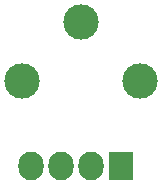
<source format=gbr>
G04 #@! TF.FileFunction,Soldermask,Bot*
%FSLAX46Y46*%
G04 Gerber Fmt 4.6, Leading zero omitted, Abs format (unit mm)*
G04 Created by KiCad (PCBNEW 4.0.6) date Tue May 30 16:02:55 2017*
%MOMM*%
%LPD*%
G01*
G04 APERTURE LIST*
%ADD10C,0.100000*%
%ADD11C,3.000000*%
%ADD12R,2.127200X2.432000*%
%ADD13O,2.127200X2.432000*%
G04 APERTURE END LIST*
D10*
D11*
X156200000Y-86600000D03*
X146200000Y-86600000D03*
X151200000Y-81600000D03*
D12*
X154600000Y-93800000D03*
D13*
X152060000Y-93800000D03*
X149520000Y-93800000D03*
X146980000Y-93800000D03*
M02*

</source>
